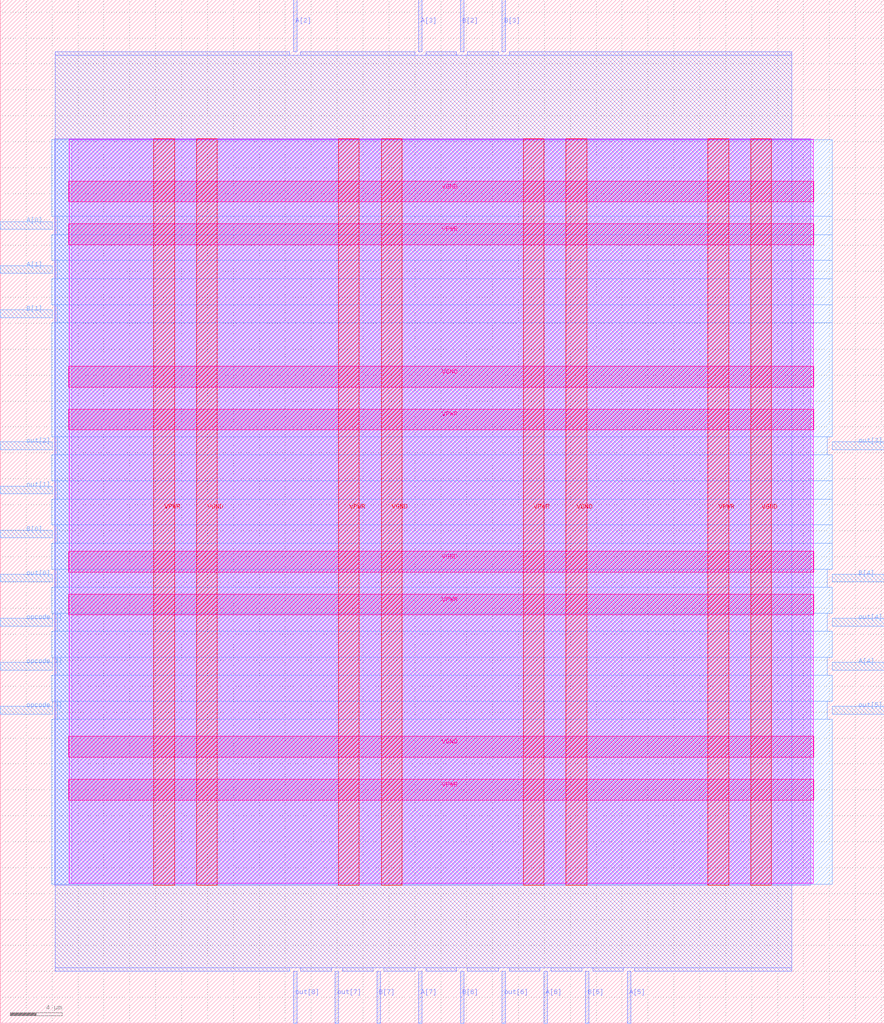
<source format=lef>
VERSION 5.7 ;
  NOWIREEXTENSIONATPIN ON ;
  DIVIDERCHAR "/" ;
  BUSBITCHARS "[]" ;
MACRO myBasic_ALU
  CLASS BLOCK ;
  FOREIGN myBasic_ALU ;
  ORIGIN 0.000 0.000 ;
  SIZE 68.230 BY 78.950 ;
  PIN A[0]
    DIRECTION INPUT ;
    USE SIGNAL ;
    ANTENNAGATEAREA 0.159000 ;
    PORT
      LAYER met3 ;
        RECT 0.000 61.240 4.000 61.840 ;
    END
  END A[0]
  PIN A[1]
    DIRECTION INPUT ;
    USE SIGNAL ;
    ANTENNAGATEAREA 0.159000 ;
    PORT
      LAYER met3 ;
        RECT 0.000 57.840 4.000 58.440 ;
    END
  END A[1]
  PIN A[2]
    DIRECTION INPUT ;
    USE SIGNAL ;
    ANTENNAGATEAREA 0.196500 ;
    PORT
      LAYER met2 ;
        RECT 22.630 74.950 22.910 78.950 ;
    END
  END A[2]
  PIN A[3]
    DIRECTION INPUT ;
    USE SIGNAL ;
    ANTENNAGATEAREA 0.196500 ;
    PORT
      LAYER met2 ;
        RECT 32.290 74.950 32.570 78.950 ;
    END
  END A[3]
  PIN A[4]
    DIRECTION INPUT ;
    USE SIGNAL ;
    ANTENNAGATEAREA 0.126000 ;
    PORT
      LAYER met3 ;
        RECT 64.230 27.240 68.230 27.840 ;
    END
  END A[4]
  PIN A[5]
    DIRECTION INPUT ;
    USE SIGNAL ;
    ANTENNAGATEAREA 0.196500 ;
    PORT
      LAYER met2 ;
        RECT 48.390 0.000 48.670 4.000 ;
    END
  END A[5]
  PIN A[6]
    DIRECTION INPUT ;
    USE SIGNAL ;
    ANTENNAGATEAREA 0.196500 ;
    PORT
      LAYER met2 ;
        RECT 41.950 0.000 42.230 4.000 ;
    END
  END A[6]
  PIN A[7]
    DIRECTION INPUT ;
    USE SIGNAL ;
    ANTENNAGATEAREA 0.213000 ;
    PORT
      LAYER met2 ;
        RECT 32.290 0.000 32.570 4.000 ;
    END
  END A[7]
  PIN B[0]
    DIRECTION INPUT ;
    USE SIGNAL ;
    ANTENNAGATEAREA 0.196500 ;
    PORT
      LAYER met3 ;
        RECT 0.000 37.440 4.000 38.040 ;
    END
  END B[0]
  PIN B[1]
    DIRECTION INPUT ;
    USE SIGNAL ;
    ANTENNAGATEAREA 0.196500 ;
    PORT
      LAYER met3 ;
        RECT 0.000 54.440 4.000 55.040 ;
    END
  END B[1]
  PIN B[2]
    DIRECTION INPUT ;
    USE SIGNAL ;
    ANTENNAGATEAREA 0.196500 ;
    PORT
      LAYER met2 ;
        RECT 35.510 74.950 35.790 78.950 ;
    END
  END B[2]
  PIN B[3]
    DIRECTION INPUT ;
    USE SIGNAL ;
    ANTENNAGATEAREA 0.126000 ;
    PORT
      LAYER met2 ;
        RECT 38.730 74.950 39.010 78.950 ;
    END
  END B[3]
  PIN B[4]
    DIRECTION INPUT ;
    USE SIGNAL ;
    ANTENNAGATEAREA 0.126000 ;
    PORT
      LAYER met3 ;
        RECT 64.230 34.040 68.230 34.640 ;
    END
  END B[4]
  PIN B[5]
    DIRECTION INPUT ;
    USE SIGNAL ;
    ANTENNAGATEAREA 0.126000 ;
    PORT
      LAYER met2 ;
        RECT 45.170 0.000 45.450 4.000 ;
    END
  END B[5]
  PIN B[6]
    DIRECTION INPUT ;
    USE SIGNAL ;
    ANTENNAGATEAREA 0.126000 ;
    PORT
      LAYER met2 ;
        RECT 35.510 0.000 35.790 4.000 ;
    END
  END B[6]
  PIN B[7]
    DIRECTION INPUT ;
    USE SIGNAL ;
    ANTENNAGATEAREA 0.126000 ;
    PORT
      LAYER met2 ;
        RECT 29.070 0.000 29.350 4.000 ;
    END
  END B[7]
  PIN VGND
    DIRECTION INOUT ;
    USE GROUND ;
    PORT
      LAYER met4 ;
        RECT 15.150 10.640 16.750 68.240 ;
    END
    PORT
      LAYER met4 ;
        RECT 29.410 10.640 31.010 68.240 ;
    END
    PORT
      LAYER met4 ;
        RECT 43.670 10.640 45.270 68.240 ;
    END
    PORT
      LAYER met4 ;
        RECT 57.930 10.640 59.530 68.240 ;
    END
    PORT
      LAYER met5 ;
        RECT 5.280 20.520 62.800 22.120 ;
    END
    PORT
      LAYER met5 ;
        RECT 5.280 34.800 62.800 36.400 ;
    END
    PORT
      LAYER met5 ;
        RECT 5.280 49.080 62.800 50.680 ;
    END
    PORT
      LAYER met5 ;
        RECT 5.280 63.360 62.800 64.960 ;
    END
  END VGND
  PIN VPWR
    DIRECTION INOUT ;
    USE POWER ;
    PORT
      LAYER met4 ;
        RECT 11.850 10.640 13.450 68.240 ;
    END
    PORT
      LAYER met4 ;
        RECT 26.110 10.640 27.710 68.240 ;
    END
    PORT
      LAYER met4 ;
        RECT 40.370 10.640 41.970 68.240 ;
    END
    PORT
      LAYER met4 ;
        RECT 54.630 10.640 56.230 68.240 ;
    END
    PORT
      LAYER met5 ;
        RECT 5.280 17.220 62.800 18.820 ;
    END
    PORT
      LAYER met5 ;
        RECT 5.280 31.500 62.800 33.100 ;
    END
    PORT
      LAYER met5 ;
        RECT 5.280 45.780 62.800 47.380 ;
    END
    PORT
      LAYER met5 ;
        RECT 5.280 60.060 62.800 61.660 ;
    END
  END VPWR
  PIN opcode[0]
    DIRECTION INPUT ;
    USE SIGNAL ;
    ANTENNAGATEAREA 0.213000 ;
    PORT
      LAYER met3 ;
        RECT 0.000 23.840 4.000 24.440 ;
    END
  END opcode[0]
  PIN opcode[1]
    DIRECTION INPUT ;
    USE SIGNAL ;
    ANTENNAGATEAREA 0.213000 ;
    PORT
      LAYER met3 ;
        RECT 0.000 27.240 4.000 27.840 ;
    END
  END opcode[1]
  PIN opcode[2]
    DIRECTION INPUT ;
    USE SIGNAL ;
    ANTENNAGATEAREA 0.213000 ;
    PORT
      LAYER met3 ;
        RECT 0.000 30.640 4.000 31.240 ;
    END
  END opcode[2]
  PIN out[0]
    DIRECTION OUTPUT ;
    USE SIGNAL ;
    ANTENNADIFFAREA 0.445500 ;
    PORT
      LAYER met3 ;
        RECT 0.000 34.040 4.000 34.640 ;
    END
  END out[0]
  PIN out[1]
    DIRECTION OUTPUT ;
    USE SIGNAL ;
    ANTENNADIFFAREA 0.445500 ;
    PORT
      LAYER met3 ;
        RECT 0.000 40.840 4.000 41.440 ;
    END
  END out[1]
  PIN out[2]
    DIRECTION OUTPUT ;
    USE SIGNAL ;
    ANTENNADIFFAREA 0.445500 ;
    PORT
      LAYER met3 ;
        RECT 0.000 44.240 4.000 44.840 ;
    END
  END out[2]
  PIN out[3]
    DIRECTION OUTPUT ;
    USE SIGNAL ;
    ANTENNADIFFAREA 0.445500 ;
    PORT
      LAYER met3 ;
        RECT 64.230 44.240 68.230 44.840 ;
    END
  END out[3]
  PIN out[4]
    DIRECTION OUTPUT ;
    USE SIGNAL ;
    ANTENNADIFFAREA 0.445500 ;
    PORT
      LAYER met3 ;
        RECT 64.230 30.640 68.230 31.240 ;
    END
  END out[4]
  PIN out[5]
    DIRECTION OUTPUT ;
    USE SIGNAL ;
    ANTENNADIFFAREA 0.445500 ;
    PORT
      LAYER met3 ;
        RECT 64.230 23.840 68.230 24.440 ;
    END
  END out[5]
  PIN out[6]
    DIRECTION OUTPUT ;
    USE SIGNAL ;
    ANTENNADIFFAREA 0.445500 ;
    PORT
      LAYER met2 ;
        RECT 38.730 0.000 39.010 4.000 ;
    END
  END out[6]
  PIN out[7]
    DIRECTION OUTPUT ;
    USE SIGNAL ;
    ANTENNADIFFAREA 0.445500 ;
    PORT
      LAYER met2 ;
        RECT 25.850 0.000 26.130 4.000 ;
    END
  END out[7]
  PIN out[8]
    DIRECTION OUTPUT ;
    USE SIGNAL ;
    ANTENNADIFFAREA 0.891000 ;
    PORT
      LAYER met2 ;
        RECT 22.630 0.000 22.910 4.000 ;
    END
  END out[8]
  OBS
      LAYER nwell ;
        RECT 5.330 10.795 62.750 68.190 ;
      LAYER li1 ;
        RECT 5.520 10.795 62.560 68.085 ;
      LAYER met1 ;
        RECT 4.210 10.640 62.560 68.240 ;
      LAYER met2 ;
        RECT 4.230 74.670 22.350 74.950 ;
        RECT 23.190 74.670 32.010 74.950 ;
        RECT 32.850 74.670 35.230 74.950 ;
        RECT 36.070 74.670 38.450 74.950 ;
        RECT 39.290 74.670 61.090 74.950 ;
        RECT 4.230 4.280 61.090 74.670 ;
        RECT 4.230 4.000 22.350 4.280 ;
        RECT 23.190 4.000 25.570 4.280 ;
        RECT 26.410 4.000 28.790 4.280 ;
        RECT 29.630 4.000 32.010 4.280 ;
        RECT 32.850 4.000 35.230 4.280 ;
        RECT 36.070 4.000 38.450 4.280 ;
        RECT 39.290 4.000 41.670 4.280 ;
        RECT 42.510 4.000 44.890 4.280 ;
        RECT 45.730 4.000 48.110 4.280 ;
        RECT 48.950 4.000 61.090 4.280 ;
      LAYER met3 ;
        RECT 3.990 62.240 64.230 68.165 ;
        RECT 4.400 60.840 64.230 62.240 ;
        RECT 3.990 58.840 64.230 60.840 ;
        RECT 4.400 57.440 64.230 58.840 ;
        RECT 3.990 55.440 64.230 57.440 ;
        RECT 4.400 54.040 64.230 55.440 ;
        RECT 3.990 45.240 64.230 54.040 ;
        RECT 4.400 43.840 63.830 45.240 ;
        RECT 3.990 41.840 64.230 43.840 ;
        RECT 4.400 40.440 64.230 41.840 ;
        RECT 3.990 38.440 64.230 40.440 ;
        RECT 4.400 37.040 64.230 38.440 ;
        RECT 3.990 35.040 64.230 37.040 ;
        RECT 4.400 33.640 63.830 35.040 ;
        RECT 3.990 31.640 64.230 33.640 ;
        RECT 4.400 30.240 63.830 31.640 ;
        RECT 3.990 28.240 64.230 30.240 ;
        RECT 4.400 26.840 63.830 28.240 ;
        RECT 3.990 24.840 64.230 26.840 ;
        RECT 4.400 23.440 63.830 24.840 ;
        RECT 3.990 10.715 64.230 23.440 ;
  END
END myBasic_ALU
END LIBRARY


</source>
